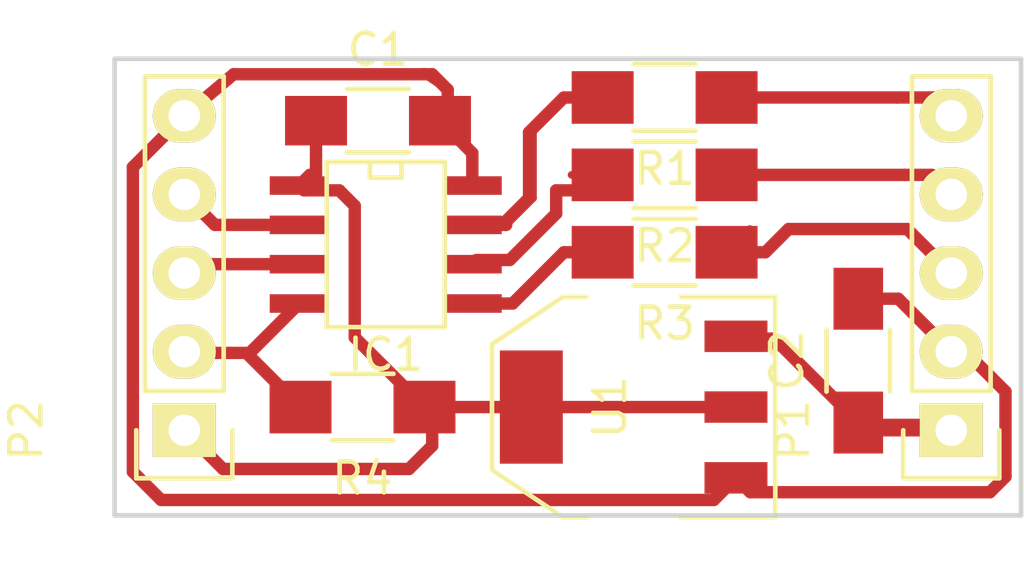
<source format=kicad_pcb>
(kicad_pcb (version 4) (host pcbnew 4.0.2-stable)

  (general
    (links 22)
    (no_connects 0)
    (area 76.425 132.225 109.850001 151.279762)
    (thickness 1.6)
    (drawings 11)
    (tracks 109)
    (zones 0)
    (modules 10)
    (nets 13)
  )

  (page A4 portrait)
  (layers
    (0 F.Cu signal)
    (31 B.Cu signal)
    (32 B.Adhes user)
    (33 F.Adhes user)
    (34 B.Paste user)
    (35 F.Paste user)
    (36 B.SilkS user)
    (37 F.SilkS user)
    (38 B.Mask user)
    (39 F.Mask user)
    (40 Dwgs.User user)
    (41 Cmts.User user)
    (42 Eco1.User user)
    (43 Eco2.User user)
    (44 Edge.Cuts user)
    (45 Margin user)
    (46 B.CrtYd user)
    (47 F.CrtYd user)
    (48 B.Fab user)
    (49 F.Fab user)
  )

  (setup
    (last_trace_width 0.25)
    (trace_clearance 0.2)
    (zone_clearance 0.508)
    (zone_45_only no)
    (trace_min 0.25)
    (segment_width 0.2)
    (edge_width 0.15)
    (via_size 0.6)
    (via_drill 0.4)
    (via_min_size 0.4)
    (via_min_drill 0.3)
    (uvia_size 0.3)
    (uvia_drill 0.1)
    (uvias_allowed no)
    (uvia_min_size 0.2)
    (uvia_min_drill 0.1)
    (pcb_text_width 0.3)
    (pcb_text_size 1.5 1.5)
    (mod_edge_width 0.15)
    (mod_text_size 1 1)
    (mod_text_width 0.15)
    (pad_size 1.524 1.524)
    (pad_drill 0.762)
    (pad_to_mask_clearance 0.2)
    (aux_axis_origin 0 0)
    (visible_elements 7FFFFFFF)
    (pcbplotparams
      (layerselection 0x02030_80000001)
      (usegerberextensions false)
      (excludeedgelayer false)
      (linewidth 0.100000)
      (plotframeref false)
      (viasonmask false)
      (mode 1)
      (useauxorigin false)
      (hpglpennumber 1)
      (hpglpenspeed 20)
      (hpglpendiameter 15)
      (hpglpenoverlay 2)
      (psnegative false)
      (psa4output false)
      (plotreference true)
      (plotvalue true)
      (plotinvisibletext false)
      (padsonsilk false)
      (subtractmaskfromsilk false)
      (outputformat 4)
      (mirror true)
      (drillshape 1)
      (scaleselection 1)
      (outputdirectory ""))
  )

  (net 0 "")
  (net 1 +5V)
  (net 2 GND)
  (net 3 POWER_CTL)
  (net 4 "Net-(IC1-Pad7)")
  (net 5 "Net-(IC1-Pad6)")
  (net 6 "Net-(IC1-Pad5)")
  (net 7 ARCHOS)
  (net 8 PJRC)
  (net 9 RESET)
  (net 10 DataOut)
  (net 11 DataIn-PRG_CLK)
  (net 12 CLK-PRG_DATA)

  (net_class Default "Это класс цепей по умолчанию."
    (clearance 0.2)
    (trace_width 0.25)
    (via_dia 0.6)
    (via_drill 0.4)
    (uvia_dia 0.3)
    (uvia_drill 0.1)
  )

  (net_class 0.4 ""
    (clearance 0.3)
    (trace_width 0.4)
    (via_dia 1)
    (via_drill 0.6)
    (uvia_dia 0.3)
    (uvia_drill 0.1)
    (add_net +5V)
    (add_net ARCHOS)
    (add_net CLK-PRG_DATA)
    (add_net DataIn-PRG_CLK)
    (add_net DataOut)
    (add_net GND)
    (add_net "Net-(IC1-Pad5)")
    (add_net "Net-(IC1-Pad6)")
    (add_net "Net-(IC1-Pad7)")
    (add_net PJRC)
    (add_net POWER_CTL)
    (add_net RESET)
  )

  (module TO_SOT_Packages_SMD:SOT-223 (layer F.Cu) (tedit 570FFE58) (tstamp 570FFADB)
    (at 111.5 28.75 90)
    (descr "module CMS SOT223 4 pins")
    (tags "CMS SOT")
    (path /570FF3C8)
    (attr smd)
    (fp_text reference U1 (at 0 -0.762 90) (layer F.SilkS)
      (effects (font (size 1 1) (thickness 0.15)))
    )
    (fp_text value AP1117 (at 0 0.762 90) (layer F.Fab)
      (effects (font (size 1 1) (thickness 0.15)))
    )
    (fp_line (start -3.556 1.524) (end -3.556 4.572) (layer F.SilkS) (width 0.15))
    (fp_line (start -3.556 4.572) (end 3.556 4.572) (layer F.SilkS) (width 0.15))
    (fp_line (start 3.556 4.572) (end 3.556 1.524) (layer F.SilkS) (width 0.15))
    (fp_line (start -3.556 -1.524) (end -3.556 -2.286) (layer F.SilkS) (width 0.15))
    (fp_line (start -3.556 -2.286) (end -2.032 -4.572) (layer F.SilkS) (width 0.15))
    (fp_line (start -2.032 -4.572) (end 2.032 -4.572) (layer F.SilkS) (width 0.15))
    (fp_line (start 2.032 -4.572) (end 3.556 -2.286) (layer F.SilkS) (width 0.15))
    (fp_line (start 3.556 -2.286) (end 3.556 -1.524) (layer F.SilkS) (width 0.15))
    (pad 2 smd rect (at 0 -3.302 90) (size 3.6576 2.032) (layers F.Cu F.Paste F.Mask)
      (net 1 +5V))
    (pad 2 smd rect (at 0 3.302 90) (size 1.016 2.032) (layers F.Cu F.Paste F.Mask)
      (net 1 +5V))
    (pad 3 smd rect (at 2.286 3.302 90) (size 1.016 2.032) (layers F.Cu F.Paste F.Mask)
      (net 3 POWER_CTL))
    (pad 1 smd rect (at -2.286 3.302 90) (size 1.016 2.032) (layers F.Cu F.Paste F.Mask)
      (net 2 GND))
    (model TO_SOT_Packages_SMD.3dshapes/SOT-223.wrl
      (at (xyz 0 0 0))
      (scale (xyz 0.4 0.4 0.4))
      (rotate (xyz 0 0 0))
    )
  )

  (module Capacitors_SMD:C_1206_HandSoldering (layer F.Cu) (tedit 541A9C03) (tstamp 570FFA97)
    (at 103.25 19.5)
    (descr "Capacitor SMD 1206, hand soldering")
    (tags "capacitor 1206")
    (path /570FD553)
    (attr smd)
    (fp_text reference C1 (at 0 -2.3) (layer F.SilkS)
      (effects (font (size 1 1) (thickness 0.15)))
    )
    (fp_text value 100n (at 0 2.3) (layer F.Fab)
      (effects (font (size 1 1) (thickness 0.15)))
    )
    (fp_line (start -3.3 -1.15) (end 3.3 -1.15) (layer F.CrtYd) (width 0.05))
    (fp_line (start -3.3 1.15) (end 3.3 1.15) (layer F.CrtYd) (width 0.05))
    (fp_line (start -3.3 -1.15) (end -3.3 1.15) (layer F.CrtYd) (width 0.05))
    (fp_line (start 3.3 -1.15) (end 3.3 1.15) (layer F.CrtYd) (width 0.05))
    (fp_line (start 1 -1.025) (end -1 -1.025) (layer F.SilkS) (width 0.15))
    (fp_line (start -1 1.025) (end 1 1.025) (layer F.SilkS) (width 0.15))
    (pad 1 smd rect (at -2 0) (size 2 1.6) (layers F.Cu F.Paste F.Mask)
      (net 1 +5V))
    (pad 2 smd rect (at 2 0) (size 2 1.6) (layers F.Cu F.Paste F.Mask)
      (net 2 GND))
    (model Capacitors_SMD.3dshapes/C_1206_HandSoldering.wrl
      (at (xyz 0 0 0))
      (scale (xyz 1 1 1))
      (rotate (xyz 0 0 0))
    )
  )

  (module Capacitors_SMD:C_1206_HandSoldering (layer F.Cu) (tedit 541A9C03) (tstamp 570FFA9D)
    (at 118.75 27.25 90)
    (descr "Capacitor SMD 1206, hand soldering")
    (tags "capacitor 1206")
    (path /570FF87B)
    (attr smd)
    (fp_text reference C2 (at 0 -2.3 90) (layer F.SilkS)
      (effects (font (size 1 1) (thickness 0.15)))
    )
    (fp_text value 100n (at 0 2.3 90) (layer F.Fab)
      (effects (font (size 1 1) (thickness 0.15)))
    )
    (fp_line (start -3.3 -1.15) (end 3.3 -1.15) (layer F.CrtYd) (width 0.05))
    (fp_line (start -3.3 1.15) (end 3.3 1.15) (layer F.CrtYd) (width 0.05))
    (fp_line (start -3.3 -1.15) (end -3.3 1.15) (layer F.CrtYd) (width 0.05))
    (fp_line (start 3.3 -1.15) (end 3.3 1.15) (layer F.CrtYd) (width 0.05))
    (fp_line (start 1 -1.025) (end -1 -1.025) (layer F.SilkS) (width 0.15))
    (fp_line (start -1 1.025) (end 1 1.025) (layer F.SilkS) (width 0.15))
    (pad 1 smd rect (at -2 0 90) (size 2 1.6) (layers F.Cu F.Paste F.Mask)
      (net 3 POWER_CTL))
    (pad 2 smd rect (at 2 0 90) (size 2 1.6) (layers F.Cu F.Paste F.Mask)
      (net 2 GND))
    (model Capacitors_SMD.3dshapes/C_1206_HandSoldering.wrl
      (at (xyz 0 0 0))
      (scale (xyz 1 1 1))
      (rotate (xyz 0 0 0))
    )
  )

  (module Microwave:C7812 (layer F.Cu) (tedit 0) (tstamp 570FFAA9)
    (at 103.5 23.5 270)
    (path /56EB08FE)
    (fp_text reference IC1 (at 3.556 0 540) (layer F.SilkS)
      (effects (font (size 1 1) (thickness 0.15)))
    )
    (fp_text value PIC12F675-I/SN (at -3.81 0 360) (layer F.Fab)
      (effects (font (size 1 1) (thickness 0.15)))
    )
    (fp_line (start -2.667 1.778) (end -2.667 1.905) (layer F.SilkS) (width 0.15))
    (fp_line (start -2.667 1.905) (end 2.667 1.905) (layer F.SilkS) (width 0.15))
    (fp_line (start 2.667 -1.905) (end -2.667 -1.905) (layer F.SilkS) (width 0.15))
    (fp_line (start -2.667 -1.905) (end -2.667 1.778) (layer F.SilkS) (width 0.15))
    (fp_line (start -2.667 -0.508) (end -2.159 -0.508) (layer F.SilkS) (width 0.15))
    (fp_line (start -2.159 -0.508) (end -2.159 0.508) (layer F.SilkS) (width 0.15))
    (fp_line (start -2.159 0.508) (end -2.667 0.508) (layer F.SilkS) (width 0.15))
    (fp_line (start 2.667 -1.905) (end 2.667 1.905) (layer F.SilkS) (width 0.15))
    (pad 8 smd rect (at -1.905 -2.794 270) (size 0.59944 1.89992) (layers F.Cu F.Paste F.Mask)
      (net 2 GND))
    (pad 1 smd rect (at -1.905 2.794 270) (size 0.59944 1.89992) (layers F.Cu F.Paste F.Mask)
      (net 1 +5V))
    (pad 7 smd rect (at -0.635 -2.794 270) (size 0.59944 1.89992) (layers F.Cu F.Paste F.Mask)
      (net 4 "Net-(IC1-Pad7)"))
    (pad 6 smd rect (at 0.635 -2.794 270) (size 0.59944 1.89992) (layers F.Cu F.Paste F.Mask)
      (net 5 "Net-(IC1-Pad6)"))
    (pad 5 smd rect (at 1.905 -2.794 270) (size 0.59944 1.89992) (layers F.Cu F.Paste F.Mask)
      (net 6 "Net-(IC1-Pad5)"))
    (pad 2 smd rect (at -0.635 2.794 270) (size 0.59944 1.89992) (layers F.Cu F.Paste F.Mask)
      (net 7 ARCHOS))
    (pad 3 smd rect (at 0.635 2.794 270) (size 0.59944 1.89992) (layers F.Cu F.Paste F.Mask)
      (net 8 PJRC))
    (pad 4 smd rect (at 1.905 2.794 270) (size 0.59944 1.89992) (layers F.Cu F.Paste F.Mask)
      (net 9 RESET))
  )

  (module Socket_Strips:Socket_Strip_Straight_1x05 (layer F.Cu) (tedit 0) (tstamp 570FFAB2)
    (at 121.75 29.5 90)
    (descr "Through hole socket strip")
    (tags "socket strip")
    (path /570FE12A)
    (fp_text reference P1 (at 0 -5.1 90) (layer F.SilkS)
      (effects (font (size 1 1) (thickness 0.15)))
    )
    (fp_text value RADIO (at 0 -3.1 90) (layer F.Fab)
      (effects (font (size 1 1) (thickness 0.15)))
    )
    (fp_line (start -1.75 -1.75) (end -1.75 1.75) (layer F.CrtYd) (width 0.05))
    (fp_line (start 11.95 -1.75) (end 11.95 1.75) (layer F.CrtYd) (width 0.05))
    (fp_line (start -1.75 -1.75) (end 11.95 -1.75) (layer F.CrtYd) (width 0.05))
    (fp_line (start -1.75 1.75) (end 11.95 1.75) (layer F.CrtYd) (width 0.05))
    (fp_line (start 1.27 1.27) (end 11.43 1.27) (layer F.SilkS) (width 0.15))
    (fp_line (start 11.43 1.27) (end 11.43 -1.27) (layer F.SilkS) (width 0.15))
    (fp_line (start 11.43 -1.27) (end 1.27 -1.27) (layer F.SilkS) (width 0.15))
    (fp_line (start -1.55 1.55) (end 0 1.55) (layer F.SilkS) (width 0.15))
    (fp_line (start 1.27 1.27) (end 1.27 -1.27) (layer F.SilkS) (width 0.15))
    (fp_line (start 0 -1.55) (end -1.55 -1.55) (layer F.SilkS) (width 0.15))
    (fp_line (start -1.55 -1.55) (end -1.55 1.55) (layer F.SilkS) (width 0.15))
    (pad 1 thru_hole rect (at 0 0 90) (size 1.7272 2.032) (drill 1.016) (layers *.Cu *.Mask F.SilkS)
      (net 3 POWER_CTL))
    (pad 2 thru_hole oval (at 2.54 0 90) (size 1.7272 2.032) (drill 1.016) (layers *.Cu *.Mask F.SilkS)
      (net 2 GND))
    (pad 3 thru_hole oval (at 5.08 0 90) (size 1.7272 2.032) (drill 1.016) (layers *.Cu *.Mask F.SilkS)
      (net 10 DataOut))
    (pad 4 thru_hole oval (at 7.62 0 90) (size 1.7272 2.032) (drill 1.016) (layers *.Cu *.Mask F.SilkS)
      (net 11 DataIn-PRG_CLK))
    (pad 5 thru_hole oval (at 10.16 0 90) (size 1.7272 2.032) (drill 1.016) (layers *.Cu *.Mask F.SilkS)
      (net 12 CLK-PRG_DATA))
    (model Socket_Strips.3dshapes/Socket_Strip_Straight_1x05.wrl
      (at (xyz 0.2 0 0))
      (scale (xyz 1 1 1))
      (rotate (xyz 0 0 180))
    )
  )

  (module Socket_Strips:Socket_Strip_Straight_1x05 (layer F.Cu) (tedit 0) (tstamp 570FFABB)
    (at 97 29.5 90)
    (descr "Through hole socket strip")
    (tags "socket strip")
    (path /570FFFD0)
    (fp_text reference P2 (at 0 -5.1 90) (layer F.SilkS)
      (effects (font (size 1 1) (thickness 0.15)))
    )
    (fp_text value ICSP_UART1 (at 0 -3.1 90) (layer F.Fab)
      (effects (font (size 1 1) (thickness 0.15)))
    )
    (fp_line (start -1.75 -1.75) (end -1.75 1.75) (layer F.CrtYd) (width 0.05))
    (fp_line (start 11.95 -1.75) (end 11.95 1.75) (layer F.CrtYd) (width 0.05))
    (fp_line (start -1.75 -1.75) (end 11.95 -1.75) (layer F.CrtYd) (width 0.05))
    (fp_line (start -1.75 1.75) (end 11.95 1.75) (layer F.CrtYd) (width 0.05))
    (fp_line (start 1.27 1.27) (end 11.43 1.27) (layer F.SilkS) (width 0.15))
    (fp_line (start 11.43 1.27) (end 11.43 -1.27) (layer F.SilkS) (width 0.15))
    (fp_line (start 11.43 -1.27) (end 1.27 -1.27) (layer F.SilkS) (width 0.15))
    (fp_line (start -1.55 1.55) (end 0 1.55) (layer F.SilkS) (width 0.15))
    (fp_line (start 1.27 1.27) (end 1.27 -1.27) (layer F.SilkS) (width 0.15))
    (fp_line (start 0 -1.55) (end -1.55 -1.55) (layer F.SilkS) (width 0.15))
    (fp_line (start -1.55 -1.55) (end -1.55 1.55) (layer F.SilkS) (width 0.15))
    (pad 1 thru_hole rect (at 0 0 90) (size 1.7272 2.032) (drill 1.016) (layers *.Cu *.Mask F.SilkS)
      (net 1 +5V))
    (pad 2 thru_hole oval (at 2.54 0 90) (size 1.7272 2.032) (drill 1.016) (layers *.Cu *.Mask F.SilkS)
      (net 9 RESET))
    (pad 3 thru_hole oval (at 5.08 0 90) (size 1.7272 2.032) (drill 1.016) (layers *.Cu *.Mask F.SilkS)
      (net 8 PJRC))
    (pad 4 thru_hole oval (at 7.62 0 90) (size 1.7272 2.032) (drill 1.016) (layers *.Cu *.Mask F.SilkS)
      (net 7 ARCHOS))
    (pad 5 thru_hole oval (at 10.16 0 90) (size 1.7272 2.032) (drill 1.016) (layers *.Cu *.Mask F.SilkS)
      (net 2 GND))
    (model Socket_Strips.3dshapes/Socket_Strip_Straight_1x05.wrl
      (at (xyz 0.2 0 0))
      (scale (xyz 1 1 1))
      (rotate (xyz 0 0 180))
    )
  )

  (module Resistors_SMD:R_1206_HandSoldering (layer F.Cu) (tedit 5418A20D) (tstamp 570FFAC1)
    (at 112.5 18.75 180)
    (descr "Resistor SMD 1206, hand soldering")
    (tags "resistor 1206")
    (path /570FD71F)
    (attr smd)
    (fp_text reference R1 (at 0 -2.3 180) (layer F.SilkS)
      (effects (font (size 1 1) (thickness 0.15)))
    )
    (fp_text value 3K3 (at 0 2.3 180) (layer F.Fab)
      (effects (font (size 1 1) (thickness 0.15)))
    )
    (fp_line (start -3.3 -1.2) (end 3.3 -1.2) (layer F.CrtYd) (width 0.05))
    (fp_line (start -3.3 1.2) (end 3.3 1.2) (layer F.CrtYd) (width 0.05))
    (fp_line (start -3.3 -1.2) (end -3.3 1.2) (layer F.CrtYd) (width 0.05))
    (fp_line (start 3.3 -1.2) (end 3.3 1.2) (layer F.CrtYd) (width 0.05))
    (fp_line (start 1 1.075) (end -1 1.075) (layer F.SilkS) (width 0.15))
    (fp_line (start -1 -1.075) (end 1 -1.075) (layer F.SilkS) (width 0.15))
    (pad 1 smd rect (at -2 0 180) (size 2 1.7) (layers F.Cu F.Paste F.Mask)
      (net 12 CLK-PRG_DATA))
    (pad 2 smd rect (at 2 0 180) (size 2 1.7) (layers F.Cu F.Paste F.Mask)
      (net 4 "Net-(IC1-Pad7)"))
    (model Resistors_SMD.3dshapes/R_1206_HandSoldering.wrl
      (at (xyz 0 0 0))
      (scale (xyz 1 1 1))
      (rotate (xyz 0 0 0))
    )
  )

  (module Resistors_SMD:R_1206_HandSoldering (layer F.Cu) (tedit 5418A20D) (tstamp 570FFAC7)
    (at 112.5 21.25 180)
    (descr "Resistor SMD 1206, hand soldering")
    (tags "resistor 1206")
    (path /570FDFE9)
    (attr smd)
    (fp_text reference R2 (at 0 -2.3 180) (layer F.SilkS)
      (effects (font (size 1 1) (thickness 0.15)))
    )
    (fp_text value 3K3 (at 0 2.3 180) (layer F.Fab)
      (effects (font (size 1 1) (thickness 0.15)))
    )
    (fp_line (start -3.3 -1.2) (end 3.3 -1.2) (layer F.CrtYd) (width 0.05))
    (fp_line (start -3.3 1.2) (end 3.3 1.2) (layer F.CrtYd) (width 0.05))
    (fp_line (start -3.3 -1.2) (end -3.3 1.2) (layer F.CrtYd) (width 0.05))
    (fp_line (start 3.3 -1.2) (end 3.3 1.2) (layer F.CrtYd) (width 0.05))
    (fp_line (start 1 1.075) (end -1 1.075) (layer F.SilkS) (width 0.15))
    (fp_line (start -1 -1.075) (end 1 -1.075) (layer F.SilkS) (width 0.15))
    (pad 1 smd rect (at -2 0 180) (size 2 1.7) (layers F.Cu F.Paste F.Mask)
      (net 11 DataIn-PRG_CLK))
    (pad 2 smd rect (at 2 0 180) (size 2 1.7) (layers F.Cu F.Paste F.Mask)
      (net 5 "Net-(IC1-Pad6)"))
    (model Resistors_SMD.3dshapes/R_1206_HandSoldering.wrl
      (at (xyz 0 0 0))
      (scale (xyz 1 1 1))
      (rotate (xyz 0 0 0))
    )
  )

  (module Resistors_SMD:R_1206_HandSoldering (layer F.Cu) (tedit 5418A20D) (tstamp 570FFACD)
    (at 112.5 23.75 180)
    (descr "Resistor SMD 1206, hand soldering")
    (tags "resistor 1206")
    (path /570FE019)
    (attr smd)
    (fp_text reference R3 (at 0 -2.3 180) (layer F.SilkS)
      (effects (font (size 1 1) (thickness 0.15)))
    )
    (fp_text value 3K3 (at 0 2.3 180) (layer F.Fab)
      (effects (font (size 1 1) (thickness 0.15)))
    )
    (fp_line (start -3.3 -1.2) (end 3.3 -1.2) (layer F.CrtYd) (width 0.05))
    (fp_line (start -3.3 1.2) (end 3.3 1.2) (layer F.CrtYd) (width 0.05))
    (fp_line (start -3.3 -1.2) (end -3.3 1.2) (layer F.CrtYd) (width 0.05))
    (fp_line (start 3.3 -1.2) (end 3.3 1.2) (layer F.CrtYd) (width 0.05))
    (fp_line (start 1 1.075) (end -1 1.075) (layer F.SilkS) (width 0.15))
    (fp_line (start -1 -1.075) (end 1 -1.075) (layer F.SilkS) (width 0.15))
    (pad 1 smd rect (at -2 0 180) (size 2 1.7) (layers F.Cu F.Paste F.Mask)
      (net 10 DataOut))
    (pad 2 smd rect (at 2 0 180) (size 2 1.7) (layers F.Cu F.Paste F.Mask)
      (net 6 "Net-(IC1-Pad5)"))
    (model Resistors_SMD.3dshapes/R_1206_HandSoldering.wrl
      (at (xyz 0 0 0))
      (scale (xyz 1 1 1))
      (rotate (xyz 0 0 0))
    )
  )

  (module Resistors_SMD:R_1206_HandSoldering (layer F.Cu) (tedit 5418A20D) (tstamp 570FFAD3)
    (at 102.75 28.75 180)
    (descr "Resistor SMD 1206, hand soldering")
    (tags "resistor 1206")
    (path /56EB0FC5)
    (attr smd)
    (fp_text reference R4 (at 0 -2.3 180) (layer F.SilkS)
      (effects (font (size 1 1) (thickness 0.15)))
    )
    (fp_text value 10K (at 0 2.3 180) (layer F.Fab)
      (effects (font (size 1 1) (thickness 0.15)))
    )
    (fp_line (start -3.3 -1.2) (end 3.3 -1.2) (layer F.CrtYd) (width 0.05))
    (fp_line (start -3.3 1.2) (end 3.3 1.2) (layer F.CrtYd) (width 0.05))
    (fp_line (start -3.3 -1.2) (end -3.3 1.2) (layer F.CrtYd) (width 0.05))
    (fp_line (start 3.3 -1.2) (end 3.3 1.2) (layer F.CrtYd) (width 0.05))
    (fp_line (start 1 1.075) (end -1 1.075) (layer F.SilkS) (width 0.15))
    (fp_line (start -1 -1.075) (end 1 -1.075) (layer F.SilkS) (width 0.15))
    (pad 1 smd rect (at -2 0 180) (size 2 1.7) (layers F.Cu F.Paste F.Mask)
      (net 1 +5V))
    (pad 2 smd rect (at 2 0 180) (size 2 1.7) (layers F.Cu F.Paste F.Mask)
      (net 9 RESET))
    (model Resistors_SMD.3dshapes/R_1206_HandSoldering.wrl
      (at (xyz 0 0 0))
      (scale (xyz 1 1 1))
      (rotate (xyz 0 0 0))
    )
  )

  (gr_line (start 94.75 32.25) (end 94.75 17.5) (angle 90) (layer Edge.Cuts) (width 0.15))
  (gr_line (start 124 32.25) (end 94.75 32.25) (angle 90) (layer Edge.Cuts) (width 0.15))
  (gr_line (start 124 17.5) (end 124 32.25) (angle 90) (layer Edge.Cuts) (width 0.15))
  (gr_line (start 94.75 17.5) (end 124 17.5) (angle 90) (layer Edge.Cuts) (width 0.15))
  (gr_line (start 124 17.5) (end 123.75 17.5) (angle 90) (layer Margin) (width 0.2))
  (gr_line (start 124 32.25) (end 124 17.5) (angle 90) (layer Margin) (width 0.2))
  (gr_line (start 123.75 32.25) (end 124 32.25) (angle 90) (layer Margin) (width 0.2))
  (gr_line (start 94.75 32.25) (end 123.75 32.25) (angle 90) (layer Margin) (width 0.2))
  (gr_line (start 123.5 17.5) (end 123.75 17.5) (angle 90) (layer Margin) (width 0.2))
  (gr_line (start 94.75 17.5) (end 123.5 17.5) (angle 90) (layer Margin) (width 0.2))
  (gr_line (start 94.75 32.25) (end 94.75 17.5) (angle 90) (layer Margin) (width 0.2))

  (segment (start 100.706 21.595) (end 100.861 21.75) (width 0.4) (layer F.Cu) (net 1) (status 30))
  (segment (start 100.861 21.75) (end 102 21.75) (width 0.4) (layer F.Cu) (net 1) (tstamp 571005AE) (status 10))
  (segment (start 102.5 26.5) (end 104.75 28.75) (width 0.4) (layer F.Cu) (net 1) (tstamp 571005BB))
  (segment (start 102.5 22.25) (end 102.5 26.5) (width 0.4) (layer F.Cu) (net 1) (tstamp 571005B4))
  (segment (start 102 21.75) (end 102.5 22.25) (width 0.4) (layer F.Cu) (net 1) (tstamp 571005B0))
  (segment (start 101.25 19.5) (end 101.25 21.25) (width 0.4) (layer F.Cu) (net 1))
  (segment (start 101.051 21.25) (end 100.706 21.595) (width 0.4) (layer F.Cu) (net 1) (tstamp 5710041A) (status 20))
  (segment (start 101.25 21.25) (end 101.051 21.25) (width 0.4) (layer F.Cu) (net 1) (tstamp 57100416))
  (segment (start 104.75 28.75) (end 105 29) (width 0.4) (layer F.Cu) (net 1))
  (segment (start 105 29) (end 105 30) (width 0.4) (layer F.Cu) (net 1) (tstamp 571003F2))
  (segment (start 105 30) (end 104.25 30.75) (width 0.4) (layer F.Cu) (net 1) (tstamp 571003F4))
  (segment (start 104.25 30.75) (end 98.25 30.75) (width 0.4) (layer F.Cu) (net 1) (tstamp 571003F6))
  (segment (start 98.25 30.75) (end 97 29.5) (width 0.4) (layer F.Cu) (net 1) (tstamp 571003F9))
  (segment (start 108.198 28.75) (end 104.75 28.75) (width 0.4) (layer F.Cu) (net 1))
  (segment (start 114.802 28.75) (end 108.198 28.75) (width 0.4) (layer F.Cu) (net 1))
  (segment (start 97 29.5) (end 98.25 30.75) (width 0.25) (layer F.Cu) (net 1))
  (segment (start 105 30) (end 105 29) (width 0.25) (layer F.Cu) (net 1) (tstamp 570FFFDD))
  (segment (start 104.25 30.75) (end 105 30) (width 0.25) (layer F.Cu) (net 1) (tstamp 570FFFDC))
  (segment (start 98.25 30.75) (end 104.25 30.75) (width 0.25) (layer F.Cu) (net 1) (tstamp 570FFFD4))
  (segment (start 121.75 26.96) (end 122.04 27.25) (width 0.4) (layer F.Cu) (net 2))
  (segment (start 122.04 27.25) (end 122.5 27.25) (width 0.4) (layer F.Cu) (net 2) (tstamp 571008F5))
  (segment (start 122.5 27.25) (end 123.5 28.25) (width 0.4) (layer F.Cu) (net 2) (tstamp 57100906))
  (segment (start 123.5 28.25) (end 123.5 31) (width 0.4) (layer F.Cu) (net 2) (tstamp 5710090D))
  (segment (start 123.5 31) (end 123 31.5) (width 0.4) (layer F.Cu) (net 2) (tstamp 5710090F))
  (segment (start 123 31.5) (end 115.266 31.5) (width 0.4) (layer F.Cu) (net 2) (tstamp 57100912))
  (segment (start 115.266 31.5) (end 114.802 31.036) (width 0.4) (layer F.Cu) (net 2) (tstamp 5710091C))
  (segment (start 97 19.34) (end 95.34 21) (width 0.4) (layer F.Cu) (net 2))
  (segment (start 114.088 31.75) (end 114.802 31.036) (width 0.4) (layer F.Cu) (net 2) (tstamp 571008C4))
  (segment (start 96.25 31.75) (end 114.088 31.75) (width 0.4) (layer F.Cu) (net 2) (tstamp 571008BD))
  (segment (start 95.34 30.84) (end 96.25 31.75) (width 0.4) (layer F.Cu) (net 2) (tstamp 571008B1))
  (segment (start 95.34 21) (end 95.34 30.84) (width 0.4) (layer F.Cu) (net 2) (tstamp 571008A8))
  (segment (start 114.838 31) (end 114.802 31.036) (width 0.4) (layer F.Cu) (net 2) (tstamp 571004CC))
  (segment (start 118.5 25) (end 118.75 25.25) (width 0.4) (layer F.Cu) (net 2) (tstamp 5710049C))
  (segment (start 118.75 25.25) (end 120.04 25.25) (width 0.4) (layer F.Cu) (net 2))
  (segment (start 120.04 25.25) (end 121.75 26.96) (width 0.4) (layer F.Cu) (net 2) (tstamp 5710045E))
  (segment (start 97 19.34) (end 98.59 18) (width 0.4) (layer F.Cu) (net 2))
  (segment (start 98.59 18) (end 104.75 18) (width 0.4) (layer F.Cu) (net 2) (tstamp 57100421))
  (segment (start 104.75 18) (end 104.75 18) (width 0.4) (layer F.Cu) (net 2) (tstamp 57100422))
  (segment (start 104.75 18) (end 105 18) (width 0.4) (layer F.Cu) (net 2) (tstamp 57100424))
  (segment (start 105 18) (end 105.5 18.5) (width 0.4) (layer F.Cu) (net 2) (tstamp 5710042B))
  (segment (start 105.5 18.5) (end 105.5 19.25) (width 0.4) (layer F.Cu) (net 2) (tstamp 5710042F))
  (segment (start 105.5 19.25) (end 105.25 19.5) (width 0.4) (layer F.Cu) (net 2) (tstamp 57100432))
  (segment (start 105.25 19.5) (end 106.294 20.544) (width 0.4) (layer F.Cu) (net 2))
  (segment (start 106.294 20.544) (end 106.294 21.595) (width 0.4) (layer F.Cu) (net 2) (tstamp 57100377) (status 20))
  (segment (start 105.5 18.5) (end 105.5 19.25) (width 0.25) (layer F.Cu) (net 2) (tstamp 5710006E))
  (segment (start 104.75 18) (end 105.5 18.5) (width 0.25) (layer F.Cu) (net 2) (tstamp 5710006A))
  (segment (start 105.5 19.25) (end 105.25 19.5) (width 0.25) (layer F.Cu) (net 2) (tstamp 5710006F))
  (segment (start 106.294 20.544) (end 106.294 21.595) (width 0.25) (layer F.Cu) (net 2) (tstamp 57100020) (status 20))
  (segment (start 118.5 25) (end 118.75 25.25) (width 0.25) (layer F.Cu) (net 2) (tstamp 570FFF74))
  (segment (start 121.75 26.96) (end 120.04 25.25) (width 0.25) (layer F.Cu) (net 2))
  (segment (start 118.75 29.25) (end 119 29.5) (width 0.4) (layer F.Cu) (net 3))
  (segment (start 119 29.5) (end 121.75 29.5) (width 0.4) (layer F.Cu) (net 3) (tstamp 5710046C))
  (segment (start 114.802 26.464) (end 115.088 26.75) (width 0.4) (layer F.Cu) (net 3))
  (segment (start 115.088 26.75) (end 116.25 26.75) (width 0.4) (layer F.Cu) (net 3) (tstamp 57100465))
  (segment (start 116.25 26.75) (end 118.75 29.25) (width 0.4) (layer F.Cu) (net 3) (tstamp 57100468))
  (segment (start 118.75 29.25) (end 115.964 26.464) (width 0.25) (layer F.Cu) (net 3))
  (segment (start 115.964 26.464) (end 114.802 26.464) (width 0.25) (layer F.Cu) (net 3) (tstamp 570FFF38))
  (segment (start 121.75 29.5) (end 121.5 29.25) (width 0.25) (layer F.Cu) (net 3))
  (segment (start 121.5 29.25) (end 118.75 29.25) (width 0.25) (layer F.Cu) (net 3) (tstamp 570FFF32))
  (segment (start 114.802 26.464) (end 114.838 26.5) (width 0.25) (layer F.Cu) (net 3))
  (segment (start 106.294 22.865) (end 107.385 22.865) (width 0.4) (layer F.Cu) (net 4) (status 10))
  (segment (start 107.385 22.865) (end 107.385 22.739998) (width 0.4) (layer F.Cu) (net 4) (tstamp 5710037B))
  (segment (start 108.124998 19.875002) (end 109.25 18.75) (width 0.4) (layer F.Cu) (net 4) (tstamp 57100385))
  (segment (start 108.124998 22) (end 108.124998 19.875002) (width 0.4) (layer F.Cu) (net 4) (tstamp 57100380))
  (segment (start 107.385 22.739998) (end 108.124998 22) (width 0.4) (layer F.Cu) (net 4) (tstamp 5710037E))
  (segment (start 109.25 18.75) (end 110.5 18.75) (width 0.4) (layer F.Cu) (net 4) (tstamp 5710038D))
  (segment (start 109.25 18.75) (end 110.5 18.75) (width 0.25) (layer F.Cu) (net 4) (tstamp 570FFD04))
  (segment (start 108.25 19.75) (end 109.25 18.75) (width 0.25) (layer F.Cu) (net 4) (tstamp 570FFD03))
  (segment (start 108.25 22) (end 108.25 19.75) (width 0.25) (layer F.Cu) (net 4) (tstamp 570FFD02))
  (segment (start 107.385 22.865) (end 108.25 22) (width 0.25) (layer F.Cu) (net 4) (tstamp 570FFD01))
  (segment (start 106.294 24.135) (end 106.429 24) (width 0.4) (layer F.Cu) (net 5) (status 30))
  (segment (start 106.429 24) (end 107.5 24) (width 0.4) (layer F.Cu) (net 5) (tstamp 571003D0) (status 10))
  (segment (start 107.5 24) (end 109 22.5) (width 0.4) (layer F.Cu) (net 5) (tstamp 571003D7))
  (segment (start 109 22.5) (end 109 21.75) (width 0.4) (layer F.Cu) (net 5) (tstamp 571003DA))
  (segment (start 109 21.75) (end 110 21.75) (width 0.4) (layer F.Cu) (net 5) (tstamp 571003DD))
  (segment (start 110 21.75) (end 110.5 21.25) (width 0.4) (layer F.Cu) (net 5) (tstamp 571003E2))
  (segment (start 109.5 21.25) (end 110.5 21.25) (width 0.25) (layer F.Cu) (net 5) (tstamp 570FFD41))
  (segment (start 106.294 25.405) (end 107.595 25.405) (width 0.4) (layer F.Cu) (net 6) (status 10))
  (segment (start 107.595 25.405) (end 109.25 23.75) (width 0.4) (layer F.Cu) (net 6) (tstamp 571003C7))
  (segment (start 109.25 23.75) (end 110.5 23.75) (width 0.4) (layer F.Cu) (net 6) (tstamp 571003C8))
  (segment (start 109.25 23.75) (end 110.5 23.75) (width 0.25) (layer F.Cu) (net 6) (tstamp 570FFD4C))
  (segment (start 107.595 25.405) (end 109.25 23.75) (width 0.25) (layer F.Cu) (net 6) (tstamp 570FFD45))
  (segment (start 97 21.88) (end 97.985 22.865) (width 0.4) (layer F.Cu) (net 7))
  (segment (start 97.985 22.865) (end 100.706 22.865) (width 0.4) (layer F.Cu) (net 7) (tstamp 57100410) (status 20))
  (segment (start 97.985 22.865) (end 100.706 22.865) (width 0.25) (layer F.Cu) (net 7) (tstamp 5710005A) (status 20))
  (segment (start 97 24.42) (end 97.285 24.135) (width 0.4) (layer F.Cu) (net 8))
  (segment (start 97.285 24.135) (end 100.706 24.135) (width 0.4) (layer F.Cu) (net 8) (tstamp 57100409) (status 20))
  (segment (start 97.285 24.135) (end 100.706 24.135) (width 0.25) (layer F.Cu) (net 8) (tstamp 57100056) (status 20))
  (segment (start 99 27) (end 100.75 28.75) (width 0.4) (layer F.Cu) (net 9))
  (segment (start 97 26.96) (end 97.04 27) (width 0.4) (layer F.Cu) (net 9))
  (segment (start 97.04 27) (end 99.111 27) (width 0.4) (layer F.Cu) (net 9) (tstamp 57100401))
  (segment (start 99.111 27) (end 100.706 25.405) (width 0.4) (layer F.Cu) (net 9) (tstamp 57100403) (status 20))
  (segment (start 97.04 27) (end 99 27) (width 0.25) (layer F.Cu) (net 9) (tstamp 570FFFE6))
  (segment (start 99 27) (end 99.111 27) (width 0.25) (layer F.Cu) (net 9) (tstamp 570FFFF3))
  (segment (start 99.111 27) (end 100.706 25.405) (width 0.25) (layer F.Cu) (net 9) (tstamp 570FFFEE) (status 20))
  (segment (start 114.5 23.75) (end 115.75 23.75) (width 0.4) (layer F.Cu) (net 10))
  (segment (start 120.33 23) (end 121.75 24.42) (width 0.4) (layer F.Cu) (net 10) (tstamp 57100355))
  (segment (start 119.75 23) (end 120.33 23) (width 0.4) (layer F.Cu) (net 10) (tstamp 57100349))
  (segment (start 116.5 23) (end 119.75 23) (width 0.4) (layer F.Cu) (net 10) (tstamp 57100345))
  (segment (start 115.75 23.75) (end 116.5 23) (width 0.4) (layer F.Cu) (net 10) (tstamp 57100342))
  (segment (start 114.5 23.75) (end 115.25 23) (width 0.25) (layer F.Cu) (net 10))
  (segment (start 114.5 21.25) (end 120.25 21.25) (width 0.4) (layer F.Cu) (net 11))
  (segment (start 120.25 21.25) (end 121.12 21.25) (width 0.4) (layer F.Cu) (net 11) (tstamp 5710035B))
  (segment (start 121.12 21.25) (end 121.75 21.88) (width 0.4) (layer F.Cu) (net 11) (tstamp 57100364))
  (segment (start 121.12 21.25) (end 121.75 21.88) (width 0.25) (layer F.Cu) (net 11) (tstamp 570FFF94))
  (segment (start 114.5 18.75) (end 120 18.75) (width 0.4) (layer F.Cu) (net 12))
  (segment (start 120 18.75) (end 121.16 18.75) (width 0.4) (layer F.Cu) (net 12) (tstamp 5710036A))
  (segment (start 121.16 18.75) (end 121.75 19.34) (width 0.4) (layer F.Cu) (net 12) (tstamp 5710036F))
  (segment (start 121.16 18.75) (end 121.75 19.34) (width 0.25) (layer F.Cu) (net 12) (tstamp 570FFF8D))

)

</source>
